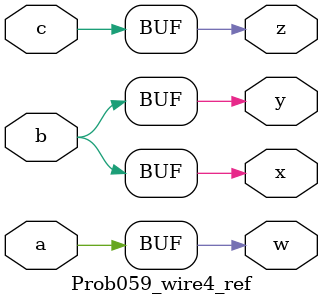
<source format=sv>

module Prob059_wire4_ref (
  input a,
  input b,
  input c,
  output w,
  output x,
  output y,
  output z
);

  assign {w,x,y,z} = {a,b,b,c};

endmodule


</source>
